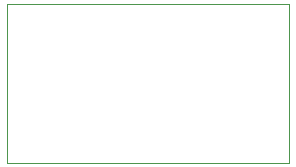
<source format=gbr>
G04 Layer_Color=0*
%FSLAX26Y26*%
%MOIN*%
%TF.FileFunction,Profile,NP*%
%TF.Part,Single*%
G01*
G75*
%TA.AperFunction,Profile*%
%ADD33C,0.001000*%
D33*
X0Y0D02*
Y530000D01*
X938000D01*
Y0D01*
X0D01*
%TF.MD5,4c5e842dcb72ce16bc9a61a18f1ba6a5*%
M02*

</source>
